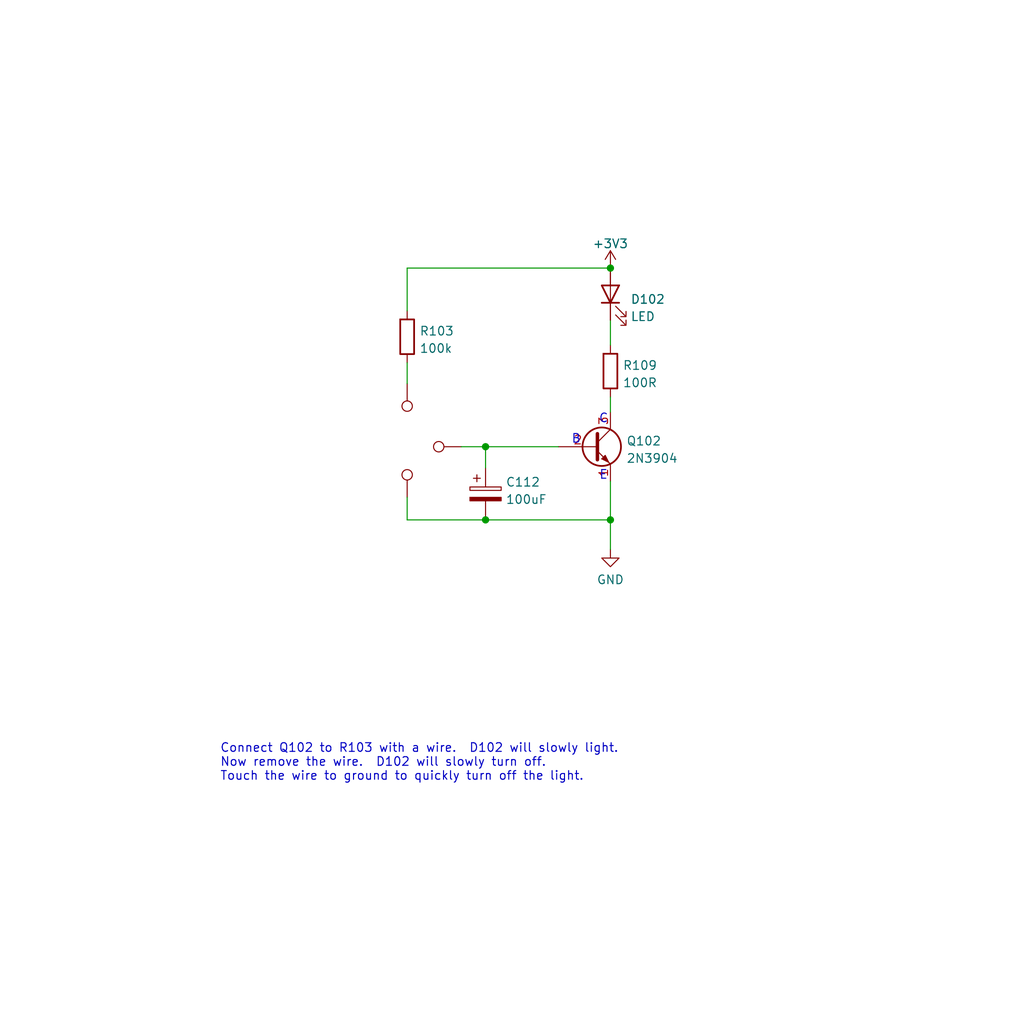
<source format=kicad_sch>
(kicad_sch (version 20211123) (generator eeschema)
  (paper "User" 150.012 150.012)
  (lib_symbols
    (symbol "Connector:TestPoint" (pin_numbers hide) (pin_names (offset 0.762) hide)
      (property "Reference" "TP" (at 0 6.858 0))
      (property "Value" "TestPoint" (at 0 5.08 0))
      (symbol "TestPoint_0_1"
        (circle (center 0 3.302) (radius 0.762))
      )
      (symbol "TestPoint_1_1"
        (pin passive line (at 0 0 90) (length 2.54) (name "1") (number "1"))
      )
    )
    (symbol "Device:C_Polarized" (pin_numbers hide) (pin_names (offset 0.254))
      (property "Reference" "C" (at 0.635 2.54 0))
      (property "Value" "C_Polarized" (at 0.635 -2.54 0))
      (symbol "C_Polarized_0_1"
        (rectangle (start -2.286 0.508) (end 2.286 1.016))
        (polyline (pts (xy -1.778 2.286) (xy -0.762 2.286)))
        (polyline (pts (xy -1.27 2.794) (xy -1.27 1.778)))
        (rectangle (start 2.286 -0.508) (end -2.286 -1.016) (fill (type outline)))
      )
      (symbol "C_Polarized_1_1"
        (pin passive line (at 0 3.81 270) (length 2.794) (name "~") (number "1"))
        (pin passive line (at 0 -3.81 90) (length 2.794) (name "~") (number "2"))
      )
    )
    (symbol "Device:LED" (pin_numbers hide) (pin_names (offset 1.016) hide)
      (property "Reference" "D" (at 0 2.54 0))
      (property "Value" "LED" (at 0 -2.54 0))
      (symbol "LED_0_1"
        (polyline (pts (xy -1.27 -1.27) (xy -1.27 1.27)) (stroke (width 0.254)))
        (polyline (pts (xy -1.27 0) (xy 1.27 0)))
        (polyline (pts (xy 1.27 -1.27) (xy 1.27 1.27) (xy -1.27 0) (xy 1.27 -1.27)) (stroke (width 0.254)))
        (polyline (pts (xy -3.048 -0.762) (xy -4.572 -2.286) (xy -3.81 -2.286) (xy -4.572 -2.286) (xy -4.572 -1.524)))
        (polyline (pts (xy -1.778 -0.762) (xy -3.302 -2.286) (xy -2.54 -2.286) (xy -3.302 -2.286) (xy -3.302 -1.524)))
      )
      (symbol "LED_1_1"
        (pin passive line (at -3.81 0 0) (length 2.54) (name "K") (number "1"))
        (pin passive line (at 3.81 0 180) (length 2.54) (name "A") (number "2"))
      )
    )
    (symbol "Device:R" (pin_numbers hide) (pin_names (offset 0))
      (property "Reference" "R" (at 2.032 0 90))
      (property "Value" "R" (at 0 0 90))
      (symbol "R_0_1"
        (rectangle (start -1.016 -2.54) (end 1.016 2.54) (stroke (width 0.254)))
      )
      (symbol "R_1_1"
        (pin passive line (at 0 3.81 270) (length 1.27) (name "~") (number "1"))
        (pin passive line (at 0 -3.81 90) (length 1.27) (name "~") (number "2"))
      )
    )
    (symbol "Transistor_BJT:2N3904" (pin_names (offset 0) hide)
      (property "Reference" "Q" (at 5.08 1.905 0))
      (property "Value" "2N3904" (at 5.08 0 0))
      (symbol "2N3904_0_1"
        (polyline (pts (xy 0.635 0.635) (xy 2.54 2.54)))
        (polyline (pts (xy 0.635 -0.635) (xy 2.54 -2.54) (xy 2.54 -2.54)))
        (polyline (pts (xy 0.635 1.905) (xy 0.635 -1.905) (xy 0.635 -1.905)) (stroke (width 0.508)))
        (polyline (pts (xy 1.27 -1.778) (xy 1.778 -1.27) (xy 2.286 -2.286) (xy 1.27 -1.778) (xy 1.27 -1.778)) (fill (type outline)))
        (circle (center 1.27 0) (radius 2.8194) (stroke (width 0.254)))
      )
      (symbol "2N3904_1_1"
        (pin passive line (at 2.54 -5.08 90) (length 2.54) (name "E") (number "1"))
        (pin passive line (at -5.08 0 0) (length 5.715) (name "B") (number "2"))
        (pin passive line (at 2.54 5.08 270) (length 2.54) (name "C") (number "3"))
      )
    )
    (symbol "power:+3V3" (power) (pin_names (offset 0))
      (property "Value" "+3V3" (at 0 3.556 0))
      (symbol "+3V3_0_1"
        (polyline (pts (xy -0.762 1.27) (xy 0 2.54)))
        (polyline (pts (xy 0 0) (xy 0 2.54)))
        (polyline (pts (xy 0 2.54) (xy 0.762 1.27)))
      )
      (symbol "+3V3_1_1"
        (pin power_in line (at 0 0 90) (length 0) hide (name "+3V3") (number "1"))
      )
    )
    (symbol "power:GND" (power) (pin_names (offset 0))
      (property "Value" "GND" (at 0 -3.81 0))
      (symbol "GND_0_1"
        (polyline (pts (xy 0 0) (xy 0 -1.27) (xy 1.27 -1.27) (xy 0 -2.54) (xy -1.27 -1.27) (xy 0 -1.27)))
      )
      (symbol "GND_1_1"
        (pin power_in line (at 0 0 270) (length 0) hide (name "GND") (number "1"))
      )
    )
  )
  (junction (at 71.12 76.1492))
  (junction (at 89.408 76.1492))
  (junction (at 89.408 39.2684))
  (junction (at 71.12 65.4304))
  (wire (pts (xy 71.12 65.4304) (xy 81.788 65.4304)))
  (wire (pts (xy 59.6392 45.5168) (xy 59.6392 39.2684)))
  (wire (pts (xy 59.6392 72.8472) (xy 59.6392 76.1492)))
  (wire (pts (xy 89.408 58.166) (xy 89.408 60.3504)))
  (wire (pts (xy 59.6392 53.1368) (xy 59.6392 56.1848)))
  (wire (pts (xy 71.12 76.1492) (xy 89.408 76.1492)))
  (wire (pts (xy 67.564 65.4304) (xy 71.12 65.4304)))
  (wire (pts (xy 71.12 65.4304) (xy 71.12 68.5292)))
  (wire (pts (xy 59.6392 76.1492) (xy 71.12 76.1492)))
  (wire (pts (xy 89.408 46.8884) (xy 89.408 50.546)))
  (wire (pts (xy 89.408 70.5104) (xy 89.408 76.1492)))
  (wire (pts (xy 59.6392 39.2684) (xy 89.408 39.2684)))
  (wire (pts (xy 89.408 76.1492) (xy 89.408 80.4672)))
  (text "B" (at 83.6676 65.1764 0) (effects (font (size 1.27 1.27)) (justify left bottom)))
  (text "E" (at 87.7316 70.4596 0) (effects (font (size 1.27 1.27)) (justify left bottom)))
  (text "Connect Q102 to R103 with a wire.  D102 will slowly light.\nNow remove the wire.  D102 will slowly turn off.\nTouch the wire to ground to quickly turn off the light." (at 32.2072 114.554 0) (effects (font (size 1.27 1.27)) (justify left bottom)))
  (text "C" (at 87.6808 62.1792 0) (effects (font (size 1.27 1.27)) (justify left bottom)))
  (symbol (lib_id "Connector:TestPoint") (at 59.6392 56.1848 180) (unit 1) (in_bom no) (on_board no)
    (property "Reference" "TP7" (effects hide))
    (property "Value" "TestPoint" (effects hide))
  )
  (symbol (lib_id "Device:R") (at 89.408 54.356 0) (unit 1)
    (property "Reference" "R109" (at 91.186 53.5213 0) (effects (justify left)))
    (property "Value" "100R" (at 91.186 56.0582 0) (effects (justify left)))
  )
  (symbol (lib_id "Transistor_BJT:2N3904") (at 86.868 65.4304 0) (unit 1)
    (property "Reference" "Q102" (at 91.7194 64.5957 0) (effects (justify left)))
    (property "Value" "2N3904" (at 91.7194 67.1326 0) (effects (justify left)))
    (property "Footprint" "Package_TO_SOT_THT:TO-92_Inline" (effects hide))
    (property "Datasheet" "https://www.onsemi.com/pub/Collateral/2N3903-D.PDF" (effects hide))
  )
  (symbol (lib_id "Device:R") (at 59.6392 49.3268 0) (unit 1)
    (property "Reference" "R103" (at 61.4172 48.4921 0) (effects (justify left)))
    (property "Value" "100k" (at 61.4172 51.029 0) (effects (justify left)))
  )
  (symbol (lib_id "Device:C_Polarized") (at 71.12 72.3392 0) (unit 1)
    (property "Reference" "C112" (at 74.041 70.6155 0) (effects (justify left)))
    (property "Value" "100uF" (at 74.041 73.1524 0) (effects (justify left)))
  )
  (symbol (lib_id "power:GND") (at 89.408 80.4672 0) (unit 1)
    (property "Reference" "#PWR022" (effects hide))
    (property "Value" "GND" (at 89.408 84.9106 0))
  )
  (symbol (lib_id "Connector:TestPoint") (at 67.564 65.4304 90) (unit 1) (in_bom no) (on_board no)
    (property "Reference" "TP9" (effects hide))
    (property "Value" "TestPoint" (effects hide))
  )
  (symbol (lib_id "Connector:TestPoint") (at 59.6392 72.8472 0) (unit 1) (in_bom no) (on_board no)
    (property "Reference" "TP8" (effects hide))
    (property "Value" "TestPoint" (effects hide))
  )
  (symbol (lib_id "power:+3V3") (at 89.408 39.2684 0) (unit 1)
    (property "Reference" "#PWR?" (effects hide))
    (property "Value" "+3V3" (at 89.408 35.6926 0))
  )
  (symbol (lib_id "Device:LED") (at 89.408 43.0784 90) (unit 1)
    (property "Reference" "D102" (at 92.329 43.8312 90) (effects (justify right)))
    (property "Value" "LED" (at 92.329 46.3681 90) (effects (justify right)))
  )
)
</source>
